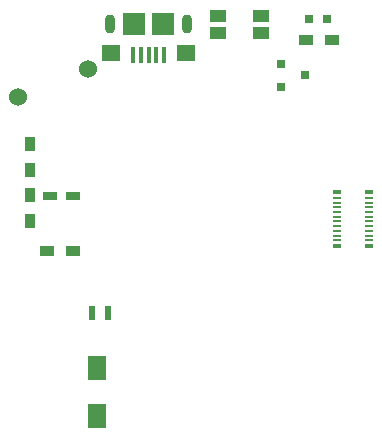
<source format=gbp>
G04 #@! TF.FileFunction,Paste,Bot*
%FSLAX46Y46*%
G04 Gerber Fmt 4.6, Leading zero omitted, Abs format (unit mm)*
G04 Created by KiCad (PCBNEW 4.0.1-stable) date Tuesday, May 24, 2016 'PMt' 11:55:58 PM*
%MOMM*%
G01*
G04 APERTURE LIST*
%ADD10C,0.100000*%
%ADD11R,1.600000X2.000000*%
%ADD12R,1.200000X0.750000*%
%ADD13R,0.800100X0.800100*%
%ADD14R,0.797560X0.797560*%
%ADD15R,0.599440X1.198880*%
%ADD16R,1.600000X1.400000*%
%ADD17R,0.400000X1.350000*%
%ADD18R,1.900000X1.900000*%
%ADD19O,0.900000X1.600000*%
%ADD20R,0.660000X0.230000*%
%ADD21R,0.660000X0.350000*%
%ADD22C,1.524000*%
%ADD23R,1.200000X0.900000*%
%ADD24R,0.900000X1.200000*%
%ADD25R,1.400000X1.050000*%
G04 APERTURE END LIST*
D10*
D11*
X137920000Y-124650000D03*
X137920000Y-120650000D03*
D12*
X135890000Y-106080000D03*
X133990000Y-106080000D03*
D13*
X153540000Y-96790000D03*
X153540000Y-94890000D03*
X155538980Y-95840000D03*
D14*
X157429300Y-91050000D03*
X155930700Y-91050000D03*
D15*
X138901040Y-115960000D03*
X137498960Y-115960000D03*
D16*
X139100000Y-93900000D03*
X145500000Y-93900000D03*
D17*
X141000000Y-94125000D03*
X141650000Y-94125000D03*
X142300000Y-94125000D03*
X142950000Y-94125000D03*
X143600000Y-94125000D03*
D18*
X141100000Y-91450000D03*
X143500000Y-91450000D03*
D19*
X139000000Y-91450000D03*
X145600000Y-91450000D03*
D20*
X161005000Y-106200000D03*
X158295000Y-106200000D03*
X161005000Y-109800000D03*
X158295000Y-109800000D03*
D21*
X161005000Y-105725000D03*
X158295000Y-105725000D03*
X161005000Y-110275000D03*
X158295000Y-110275000D03*
D20*
X158295000Y-109400000D03*
X161005000Y-109400000D03*
X158295000Y-109000000D03*
X161005000Y-109000000D03*
X158295000Y-108600000D03*
X161005000Y-108600000D03*
X158295000Y-108200000D03*
X161005000Y-108200000D03*
X158295000Y-107800000D03*
X161005000Y-107800000D03*
X158295000Y-107400000D03*
X161005000Y-107400000D03*
X158295000Y-107000000D03*
X161005000Y-107000000D03*
X158295000Y-106600000D03*
X161005000Y-106600000D03*
D22*
X131260000Y-97700000D03*
X137150000Y-95260000D03*
D23*
X135940000Y-110690000D03*
X133740000Y-110690000D03*
D24*
X132280000Y-101660000D03*
X132280000Y-103860000D03*
X132290000Y-108190000D03*
X132290000Y-105990000D03*
D23*
X155660000Y-92830000D03*
X157860000Y-92830000D03*
D25*
X151790000Y-92260000D03*
X148190000Y-92260000D03*
X151790000Y-90810000D03*
X148190000Y-90810000D03*
M02*

</source>
